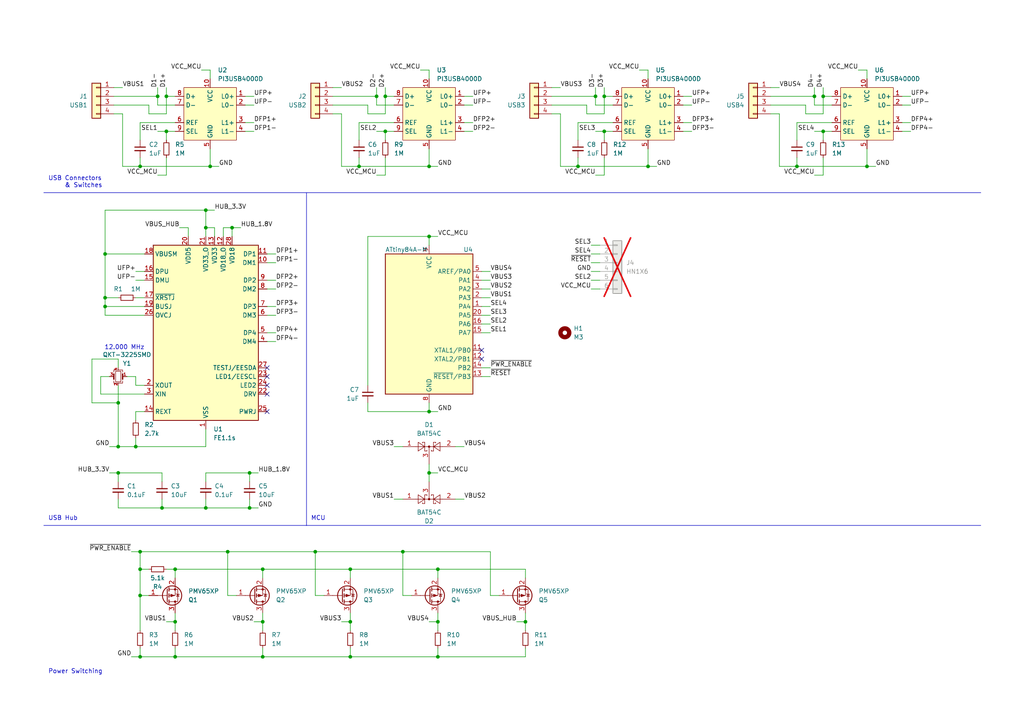
<source format=kicad_sch>
(kicad_sch (version 20230121) (generator eeschema)
  (paper "A4")
  (title_block (title "USB Magic Hub") (date "2026-01-23") (rev "2.0") (company "Internedko"))
  (lib_symbols
    (symbol "Connector_Generic:Conn_01x04" (pin_names (offset 1.016) hide)
      (property "Reference" "J" (at 0 5.08 0))
      (property "Value" "Conn_01x04" (at 0 -7.62 0))
      (symbol "Conn_01x04_1_1"
        (rectangle (start -1.27 -4.953) (end 0 -5.207) (stroke (width 0.1524)))
        (rectangle (start -1.27 -2.413) (end 0 -2.667) (stroke (width 0.1524)))
        (rectangle (start -1.27 0.127) (end 0 -0.127) (stroke (width 0.1524)))
        (rectangle (start -1.27 2.667) (end 0 2.413) (stroke (width 0.1524)))
        (rectangle (start -1.27 3.81) (end 1.27 -6.35) (stroke (width 0.254)) (fill (type background)))
        (pin passive line (at -5.08 2.54 0) (length 3.81) (name "Pin_1") (number "1"))
        (pin passive line (at -5.08 0 0) (length 3.81) (name "Pin_2") (number "2"))
        (pin passive line (at -5.08 -2.54 0) (length 3.81) (name "Pin_3") (number "3"))
        (pin passive line (at -5.08 -5.08 0) (length 3.81) (name "Pin_4") (number "4"))
      )
    )
    (symbol "Connector_Generic:Conn_01x06" (pin_names (offset 1.016) hide)
      (property "Reference" "J" (at 0 7.62 0))
      (property "Value" "Conn_01x06" (at 0 -10.16 0))
      (symbol "Conn_01x06_1_1"
        (rectangle (start -1.27 -7.493) (end 0 -7.747) (stroke (width 0.1524)))
        (rectangle (start -1.27 -4.953) (end 0 -5.207) (stroke (width 0.1524)))
        (rectangle (start -1.27 -2.413) (end 0 -2.667) (stroke (width 0.1524)))
        (rectangle (start -1.27 0.127) (end 0 -0.127) (stroke (width 0.1524)))
        (rectangle (start -1.27 2.667) (end 0 2.413) (stroke (width 0.1524)))
        (rectangle (start -1.27 5.207) (end 0 4.953) (stroke (width 0.1524)))
        (rectangle (start -1.27 6.35) (end 1.27 -8.89) (stroke (width 0.254)) (fill (type background)))
        (pin passive line (at -5.08 5.08 0) (length 3.81) (name "Pin_1") (number "1"))
        (pin passive line (at -5.08 2.54 0) (length 3.81) (name "Pin_2") (number "2"))
        (pin passive line (at -5.08 0 0) (length 3.81) (name "Pin_3") (number "3"))
        (pin passive line (at -5.08 -2.54 0) (length 3.81) (name "Pin_4") (number "4"))
        (pin passive line (at -5.08 -5.08 0) (length 3.81) (name "Pin_5") (number "5"))
        (pin passive line (at -5.08 -7.62 0) (length 3.81) (name "Pin_6") (number "6"))
      )
    )
    (symbol "Device:C_Small" (pin_numbers hide) (pin_names (offset 0.254) hide)
      (property "Reference" "C" (at 0.254 1.778 0))
      (property "Value" "C_Small" (at 0.254 -2.032 0))
      (symbol "C_Small_0_1"
        (polyline (pts (xy -1.524 -0.508) (xy 1.524 -0.508)) (stroke (width 0.3302)))
        (polyline (pts (xy -1.524 0.508) (xy 1.524 0.508)) (stroke (width 0.3048)))
      )
      (symbol "C_Small_1_1"
        (pin passive line (at 0 2.54 270) (length 2.032) (name "~") (number "1"))
        (pin passive line (at 0 -2.54 90) (length 2.032) (name "~") (number "2"))
      )
    )
    (symbol "Device:Crystal_GND24_Small" (pin_names (offset 1.016) hide)
      (property "Reference" "Y" (at 1.27 4.445 0))
      (property "Value" "Crystal_GND24_Small" (at 1.27 2.54 0))
      (symbol "Crystal_GND24_Small_0_1"
        (rectangle (start -0.762 -1.524) (end 0.762 1.524))
        (polyline (pts (xy -1.27 -0.762) (xy -1.27 0.762)) (stroke (width 0.381)))
        (polyline (pts (xy 1.27 -0.762) (xy 1.27 0.762)) (stroke (width 0.381)))
        (polyline (pts (xy -1.27 -1.27) (xy -1.27 -1.905) (xy 1.27 -1.905) (xy 1.27 -1.27)))
        (polyline (pts (xy -1.27 1.27) (xy -1.27 1.905) (xy 1.27 1.905) (xy 1.27 1.27)))
      )
      (symbol "Crystal_GND24_Small_1_1"
        (pin passive line (at -2.54 0 0) (length 1.27) (name "1") (number "1"))
        (pin passive line (at 0 -2.54 90) (length 0.635) (name "2") (number "2"))
        (pin passive line (at 2.54 0 180) (length 1.27) (name "3") (number "3"))
        (pin passive line (at 0 2.54 270) (length 0.635) (name "4") (number "4"))
      )
    )
    (symbol "Device:Q_PMOS_GSD" (pin_names (offset 0) hide)
      (property "Reference" "Q" (at 5.08 1.27 0))
      (property "Value" "Q_PMOS_GSD" (at 5.08 -1.27 0))
      (symbol "Q_PMOS_GSD_0_1"
        (polyline (pts (xy 0.254 0) (xy -2.54 0)))
        (polyline (pts (xy 0.254 1.905) (xy 0.254 -1.905)) (stroke (width 0.254)))
        (polyline (pts (xy 0.762 -1.27) (xy 0.762 -2.286)) (stroke (width 0.254)))
        (polyline (pts (xy 0.762 0.508) (xy 0.762 -0.508)) (stroke (width 0.254)))
        (polyline (pts (xy 0.762 2.286) (xy 0.762 1.27)) (stroke (width 0.254)))
        (polyline (pts (xy 2.54 2.54) (xy 2.54 1.778)))
        (polyline (pts (xy 2.54 -2.54) (xy 2.54 0) (xy 0.762 0)))
        (polyline (pts (xy 0.762 1.778) (xy 3.302 1.778) (xy 3.302 -1.778) (xy 0.762 -1.778)))
        (polyline (pts (xy 2.286 0) (xy 1.27 0.381) (xy 1.27 -0.381) (xy 2.286 0)) (fill (type outline)))
        (polyline (pts (xy 2.794 -0.508) (xy 2.921 -0.381) (xy 3.683 -0.381) (xy 3.81 -0.254)))
        (polyline (pts (xy 3.302 -0.381) (xy 2.921 0.254) (xy 3.683 0.254) (xy 3.302 -0.381)))
        (circle (center 1.651 0) (radius 2.794) (stroke (width 0.254)))
        (circle (center 2.54 -1.778) (radius 0.254) (fill (type outline)))
        (circle (center 2.54 1.778) (radius 0.254) (fill (type outline)))
      )
      (symbol "Q_PMOS_GSD_1_1"
        (pin input line (at -5.08 0 0) (length 2.54) (name "G") (number "1"))
        (pin passive line (at 2.54 -5.08 90) (length 2.54) (name "S") (number "2"))
        (pin passive line (at 2.54 5.08 270) (length 2.54) (name "D") (number "3"))
      )
    )
    (symbol "Device:R_Small" (pin_numbers hide) (pin_names (offset 0.254) hide)
      (property "Reference" "R" (at 0.762 0.508 0))
      (property "Value" "R_Small" (at 0.762 -1.016 0))
      (symbol "R_Small_0_1"
        (rectangle (start -0.762 1.778) (end 0.762 -1.778) (stroke (width 0.2032)))
      )
      (symbol "R_Small_1_1"
        (pin passive line (at 0 2.54 270) (length 0.762) (name "~") (number "1"))
        (pin passive line (at 0 -2.54 90) (length 0.762) (name "~") (number "2"))
      )
    )
    (symbol "Diode:BAT54C" (pin_names (offset 1.016))
      (property "Reference" "D" (at 0.635 -3.81 0))
      (property "Value" "BAT54C" (at -6.35 3.175 0))
      (symbol "BAT54C_0_1"
        (polyline (pts (xy -1.905 0) (xy 1.905 0)))
        (polyline (pts (xy -1.905 1.27) (xy -1.905 1.016)))
        (polyline (pts (xy -1.27 -1.27) (xy -0.635 -1.27)))
        (polyline (pts (xy -1.27 0) (xy -3.81 0)))
        (polyline (pts (xy -1.27 1.27) (xy -1.905 1.27)))
        (polyline (pts (xy -1.27 1.27) (xy -1.27 -1.27)))
        (polyline (pts (xy -0.635 -1.27) (xy -0.635 -1.016)))
        (polyline (pts (xy 0.635 -1.27) (xy 0.635 -1.016)))
        (polyline (pts (xy 1.27 -1.27) (xy 0.635 -1.27)))
        (polyline (pts (xy 1.27 1.27) (xy 1.27 -1.27)))
        (polyline (pts (xy 1.27 1.27) (xy 1.905 1.27)))
        (polyline (pts (xy 1.905 1.27) (xy 1.905 1.016)))
        (polyline (pts (xy 3.81 0) (xy 1.27 0)))
        (polyline (pts (xy -3.175 -1.27) (xy -3.175 1.27) (xy -1.27 0) (xy -3.175 -1.27)))
        (polyline (pts (xy 3.175 -1.27) (xy 3.175 1.27) (xy 1.27 0) (xy 3.175 -1.27)))
        (circle (center 0 0) (radius 0.254) (fill (type outline)))
      )
      (symbol "BAT54C_1_1"
        (pin passive line (at -7.62 0 0) (length 3.81) (name "~") (number "1"))
        (pin passive line (at 7.62 0 180) (length 3.81) (name "~") (number "2"))
        (pin passive line (at 0 -5.08 90) (length 5.08) (name "~") (number "3"))
      )
    )
    (symbol "Interface_USB:FE1.1s"
      (property "Reference" "U" (at -11.43 26.67 0))
      (property "Value" "FE1.1s" (at 12.7 27.94 0))
      (symbol "FE1.1s_0_1"
        (rectangle (start -15.24 25.4) (end 15.24 -25.4) (stroke (width 0.254)) (fill (type background)))
      )
      (symbol "FE1.1s_1_1"
        (pin power_in line (at 0 -27.94 90) (length 2.54) (name "VSS") (number "1"))
        (pin bidirectional line (at 17.78 20.32 180) (length 2.54) (name "DM1") (number "10"))
        (pin bidirectional line (at 17.78 22.86 180) (length 2.54) (name "DP1") (number "11"))
        (pin power_out line (at 5.08 27.94 270) (length 2.54) (name "VD18_O") (number "12"))
        (pin power_in line (at 2.54 27.94 270) (length 2.54) (name "VD33") (number "13"))
        (pin passive line (at -17.78 -22.86 0) (length 2.54) (name "REXT") (number "14"))
        (pin bidirectional line (at -17.78 15.24 0) (length 2.54) (name "DMU") (number "15"))
        (pin bidirectional line (at -17.78 17.78 0) (length 2.54) (name "DPU") (number "16"))
        (pin input line (at -17.78 10.16 0) (length 2.54) (name "~{XRSTJ}") (number "17"))
        (pin input line (at -17.78 22.86 0) (length 2.54) (name "VBUSM") (number "18"))
        (pin input line (at -17.78 7.62 0) (length 2.54) (name "BUSJ") (number "19"))
        (pin output line (at -17.78 -15.24 0) (length 2.54) (name "XOUT") (number "2"))
        (pin power_in line (at -5.08 27.94 270) (length 2.54) (name "VDD5") (number "20"))
        (pin power_out line (at 0 27.94 270) (length 2.54) (name "VD33_O") (number "21"))
        (pin bidirectional line (at 17.78 -17.78 180) (length 2.54) (name "DRV") (number "22"))
        (pin bidirectional line (at 17.78 -12.7 180) (length 2.54) (name "LED1/EESCL") (number "23"))
        (pin bidirectional line (at 17.78 -15.24 180) (length 2.54) (name "LED2") (number "24"))
        (pin output line (at 17.78 -22.86 180) (length 2.54) (name "PWRJ") (number "25"))
        (pin input line (at -17.78 5.08 0) (length 2.54) (name "OVCJ") (number "26"))
        (pin bidirectional line (at 17.78 -10.16 180) (length 2.54) (name "TESTJ/EESDA") (number "27"))
        (pin power_in line (at 7.62 27.94 270) (length 2.54) (name "VD18") (number "28"))
        (pin input line (at -17.78 -17.78 0) (length 2.54) (name "XIN") (number "3"))
        (pin bidirectional line (at 17.78 -2.54 180) (length 2.54) (name "DM4") (number "4"))
        (pin bidirectional line (at 17.78 0 180) (length 2.54) (name "DP4") (number "5"))
        (pin bidirectional line (at 17.78 5.08 180) (length 2.54) (name "DM3") (number "6"))
        (pin bidirectional line (at 17.78 7.62 180) (length 2.54) (name "DP3") (number "7"))
        (pin bidirectional line (at 17.78 12.7 180) (length 2.54) (name "DM2") (number "8"))
        (pin bidirectional line (at 17.78 15.24 180) (length 2.54) (name "DP2") (number "9"))
      )
    )
    (symbol "MCU_Microchip_ATtiny:ATtiny84A-M"
      (property "Reference" "U" (at -12.7 21.59 0))
      (property "Value" "ATtiny84A-M" (at 2.54 -21.59 0))
      (symbol "ATtiny84A-M_0_1"
        (rectangle (start -12.7 -20.32) (end 12.7 20.32) (stroke (width 0.254)) (fill (type background)))
      )
      (symbol "ATtiny84A-M_1_1"
        (pin bidirectional line (at 15.24 5.08 180) (length 2.54) (name "PA4") (number "1"))
        (pin no_connect line (at -12.7 -10.16 0) (length 2.54) hide (name "NC") (number "10"))
        (pin bidirectional line (at 15.24 -7.62 180) (length 2.54) (name "XTAL1/PB0") (number "11"))
        (pin bidirectional line (at 15.24 -10.16 180) (length 2.54) (name "XTAL2/PB1") (number "12"))
        (pin bidirectional line (at 15.24 -15.24 180) (length 2.54) (name "~{RESET}/PB3") (number "13"))
        (pin bidirectional line (at 15.24 -12.7 180) (length 2.54) (name "PB2") (number "14"))
        (pin bidirectional line (at 15.24 -2.54 180) (length 2.54) (name "PA7") (number "15"))
        (pin bidirectional line (at 15.24 0 180) (length 2.54) (name "PA6") (number "16"))
        (pin no_connect line (at -12.7 -12.7 0) (length 2.54) hide (name "NC") (number "17"))
        (pin no_connect line (at -12.7 -15.24 0) (length 2.54) hide (name "NC") (number "18"))
        (pin no_connect line (at -12.7 -17.78 0) (length 2.54) hide (name "NC") (number "19"))
        (pin bidirectional line (at 15.24 7.62 180) (length 2.54) (name "PA3") (number "2"))
        (pin bidirectional line (at 15.24 2.54 180) (length 2.54) (name "PA5") (number "20"))
        (pin passive line (at 0 -22.86 90) (length 2.54) hide (name "GND") (number "21"))
        (pin bidirectional line (at 15.24 10.16 180) (length 2.54) (name "PA2") (number "3"))
        (pin bidirectional line (at 15.24 12.7 180) (length 2.54) (name "PA1") (number "4"))
        (pin bidirectional line (at 15.24 15.24 180) (length 2.54) (name "AREF/PA0") (number "5"))
        (pin no_connect line (at -12.7 -5.08 0) (length 2.54) hide (name "NC") (number "6"))
        (pin no_connect line (at -12.7 -7.62 0) (length 2.54) hide (name "NC") (number "7"))
        (pin power_in line (at 0 -22.86 90) (length 2.54) (name "GND") (number "8"))
        (pin power_in line (at 0 22.86 270) (length 2.54) (name "VCC") (number "9"))
      )
    )
    (symbol "Mechanical:MountingHole" (pin_names (offset 1.016))
      (property "Reference" "H" (at 0 5.08 0))
      (property "Value" "MountingHole" (at 0 3.175 0))
      (symbol "MountingHole_0_1"
        (circle (center 0 0) (radius 1.27) (stroke (width 1.27)))
      )
    )
    (symbol "ZZ_Switches_Custom:PI3USB4000D"
      (property "Reference" "U" (at -6.35 8.89 0))
      (property "Value" "PI3USB4000D" (at 8.89 8.89 0))
      (symbol "PI3USB4000D_1_1"
        (rectangle (start -7.62 7.62) (end 7.62 -7.62) (fill (type background)))
        (pin bidirectional line (at 10.16 5.08 180) (length 2.54) (name "L0+") (number "1"))
        (pin power_in line (at 0 10.16 270) (length 2.54) (name "VCC") (number "10"))
        (pin bidirectional line (at 10.16 2.54 180) (length 2.54) (name "L0-") (number "2"))
        (pin bidirectional line (at 10.16 -2.54 180) (length 2.54) (name "L1+") (number "3"))
        (pin bidirectional line (at 10.16 -5.08 180) (length 2.54) (name "L1-") (number "4"))
        (pin power_in line (at 0 -10.16 90) (length 2.54) (name "GND") (number "5"))
        (pin passive line (at -10.16 -2.54 0) (length 2.54) (name "REF") (number "6"))
        (pin bidirectional line (at -10.16 2.54 0) (length 2.54) (name "D-") (number "7"))
        (pin bidirectional line (at -10.16 5.08 0) (length 2.54) (name "D+") (number "8"))
        (pin input line (at -10.16 -5.08 0) (length 2.54) (name "SEL") (number "9"))
      )
    )
  )
  (junction (at 40.64 48.26))
  (junction (at 48.26 38.1))
  (junction (at 152.4 180.34))
  (junction (at 34.29 137.16))
  (junction (at 104.14 48.26))
  (junction (at 50.8 190.5))
  (junction (at 72.39 137.16))
  (junction (at 48.26 27.94))
  (junction (at 59.69 60.96))
  (junction (at 34.29 116.84))
  (junction (at 111.76 38.1))
  (junction (at 66.04 160.02))
  (junction (at 30.48 86.36))
  (junction (at 124.46 137.16))
  (junction (at 172.72 27.94))
  (junction (at 124.46 119.38))
  (junction (at 187.96 48.26))
  (junction (at 127 190.5))
  (junction (at 72.39 147.32))
  (junction (at 76.2 190.5))
  (junction (at 76.2 165.1))
  (junction (at 45.72 27.94))
  (junction (at 238.76 27.94))
  (junction (at 76.2 180.34))
  (junction (at 50.8 165.1))
  (junction (at 101.6 190.5))
  (junction (at 67.31 66.04))
  (junction (at 124.46 48.26))
  (junction (at 50.8 180.34))
  (junction (at 175.26 27.94))
  (junction (at 40.64 165.1))
  (junction (at 127 180.34))
  (junction (at 40.64 172.72))
  (junction (at 101.6 180.34))
  (junction (at 236.22 27.94))
  (junction (at 40.64 190.5))
  (junction (at 109.22 27.94))
  (junction (at 251.46 48.26))
  (junction (at 59.69 147.32))
  (junction (at 175.26 38.1))
  (junction (at 238.76 38.1))
  (junction (at 111.76 27.94))
  (junction (at 101.6 165.1))
  (junction (at 167.64 48.26))
  (junction (at 60.96 48.26))
  (junction (at 116.84 160.02))
  (junction (at 39.37 129.54))
  (junction (at 40.64 160.02))
  (junction (at 34.29 129.54))
  (junction (at 124.46 68.58))
  (junction (at 30.48 88.9))
  (junction (at 59.69 66.04))
  (junction (at 30.48 73.66))
  (junction (at 46.99 147.32))
  (junction (at 91.44 160.02))
  (junction (at 127 165.1))
  (junction (at 231.14 48.26))
  (no_connect (at 77.47 106.68))
  (no_connect (at 77.47 111.76))
  (no_connect (at 139.7 104.14))
  (no_connect (at 139.7 101.6))
  (no_connect (at 77.47 114.3))
  (no_connect (at 77.47 109.22))
  (no_connect (at 77.47 119.38))
  (wire (pts (xy 175.26 38.1) (xy 177.8 38.1)))
  (wire (pts (xy 124.46 137.16) (xy 124.46 139.7)))
  (wire (pts (xy 241.3 27.94) (xy 238.76 27.94)))
  (wire (pts (xy 167.64 35.56) (xy 167.64 40.64)))
  (wire (pts (xy 127 190.5) (xy 127 187.96)))
  (wire (pts (xy 66.04 160.02) (xy 66.04 172.72)))
  (wire (pts (xy 34.29 129.54) (xy 31.75 129.54)))
  (polyline (pts (xy 12.7 55.88) (xy 284.48 55.88)))
  (wire (pts (xy 99.06 180.34) (xy 101.6 180.34)))
  (wire (pts (xy 39.37 86.36) (xy 41.91 86.36)))
  (wire (pts (xy 29.21 114.3) (xy 41.91 114.3)))
  (wire (pts (xy 59.69 60.96) (xy 62.23 60.96)))
  (wire (pts (xy 77.47 76.2) (xy 80.01 76.2)))
  (wire (pts (xy 106.68 119.38) (xy 106.68 116.84)))
  (wire (pts (xy 175.26 38.1) (xy 175.26 40.64)))
  (wire (pts (xy 106.68 68.58) (xy 106.68 111.76)))
  (wire (pts (xy 77.47 99.06) (xy 80.01 99.06)))
  (wire (pts (xy 238.76 27.94) (xy 238.76 33.02)))
  (wire (pts (xy 142.24 83.82) (xy 139.7 83.82)))
  (wire (pts (xy 238.76 33.02) (xy 233.68 33.02)))
  (wire (pts (xy 114.3 30.48) (xy 109.22 30.48)))
  (wire (pts (xy 167.64 48.26) (xy 187.96 48.26)))
  (wire (pts (xy 93.98 172.72) (xy 91.44 172.72)))
  (wire (pts (xy 30.48 60.96) (xy 30.48 73.66)))
  (wire (pts (xy 96.52 27.94) (xy 109.22 27.94)))
  (wire (pts (xy 48.26 27.94) (xy 48.26 33.02)))
  (wire (pts (xy 67.31 66.04) (xy 67.31 68.58)))
  (wire (pts (xy 59.69 129.54) (xy 39.37 129.54)))
  (wire (pts (xy 30.48 91.44) (xy 30.48 88.9)))
  (wire (pts (xy 127 180.34) (xy 127 177.8)))
  (wire (pts (xy 104.14 48.26) (xy 124.46 48.26)))
  (wire (pts (xy 59.69 66.04) (xy 62.23 66.04)))
  (wire (pts (xy 34.29 147.32) (xy 34.29 144.78)))
  (wire (pts (xy 39.37 111.76) (xy 39.37 109.22)))
  (wire (pts (xy 198.12 27.94) (xy 200.66 27.94)))
  (wire (pts (xy 33.02 25.4) (xy 35.56 25.4)))
  (wire (pts (xy 50.8 35.56) (xy 40.64 35.56)))
  (wire (pts (xy 48.26 45.72) (xy 48.26 50.8)))
  (wire (pts (xy 223.52 27.94) (xy 236.22 27.94)))
  (wire (pts (xy 106.68 30.48) (xy 96.52 30.48)))
  (wire (pts (xy 39.37 81.28) (xy 41.91 81.28)))
  (wire (pts (xy 175.26 25.4) (xy 175.26 27.94)))
  (wire (pts (xy 238.76 38.1) (xy 241.3 38.1)))
  (wire (pts (xy 236.22 38.1) (xy 238.76 38.1)))
  (wire (pts (xy 76.2 190.5) (xy 101.6 190.5)))
  (wire (pts (xy 26.67 116.84) (xy 26.67 104.14)))
  (wire (pts (xy 248.92 20.32) (xy 251.46 20.32)))
  (wire (pts (xy 104.14 45.72) (xy 104.14 48.26)))
  (wire (pts (xy 114.3 144.78) (xy 116.84 144.78)))
  (wire (pts (xy 124.46 48.26) (xy 127 48.26)))
  (wire (pts (xy 233.68 33.02) (xy 233.68 30.48)))
  (wire (pts (xy 114.3 129.54) (xy 116.84 129.54)))
  (wire (pts (xy 31.75 137.16) (xy 34.29 137.16)))
  (wire (pts (xy 175.26 27.94) (xy 175.26 33.02)))
  (wire (pts (xy 40.64 165.1) (xy 43.18 165.1)))
  (wire (pts (xy 134.62 30.48) (xy 137.16 30.48)))
  (wire (pts (xy 152.4 180.34) (xy 152.4 182.88)))
  (wire (pts (xy 236.22 30.48) (xy 236.22 27.94)))
  (wire (pts (xy 142.24 78.74) (xy 139.7 78.74)))
  (wire (pts (xy 76.2 180.34) (xy 76.2 177.8)))
  (wire (pts (xy 50.8 190.5) (xy 76.2 190.5)))
  (wire (pts (xy 50.8 27.94) (xy 48.26 27.94)))
  (wire (pts (xy 142.24 106.68) (xy 139.7 106.68)))
  (wire (pts (xy 54.61 66.04) (xy 54.61 68.58)))
  (polyline (pts (xy 88.9 55.88) (xy 88.9 152.4)))
  (wire (pts (xy 29.21 109.22) (xy 31.75 109.22)))
  (wire (pts (xy 111.76 38.1) (xy 114.3 38.1)))
  (wire (pts (xy 48.26 33.02) (xy 43.18 33.02)))
  (wire (pts (xy 59.69 147.32) (xy 59.69 144.78)))
  (wire (pts (xy 50.8 30.48) (xy 45.72 30.48)))
  (wire (pts (xy 60.96 48.26) (xy 63.5 48.26)))
  (wire (pts (xy 59.69 139.7) (xy 59.69 137.16)))
  (wire (pts (xy 132.08 144.78) (xy 134.62 144.78)))
  (wire (pts (xy 66.04 160.02) (xy 91.44 160.02)))
  (wire (pts (xy 40.64 45.72) (xy 40.64 48.26)))
  (wire (pts (xy 66.04 172.72) (xy 68.58 172.72)))
  (wire (pts (xy 241.3 30.48) (xy 236.22 30.48)))
  (wire (pts (xy 40.64 48.26) (xy 35.56 48.26)))
  (wire (pts (xy 187.96 43.18) (xy 187.96 48.26)))
  (wire (pts (xy 173.99 71.12) (xy 171.45 71.12)))
  (wire (pts (xy 38.1 160.02) (xy 40.64 160.02)))
  (wire (pts (xy 76.2 165.1) (xy 101.6 165.1)))
  (wire (pts (xy 50.8 167.64) (xy 50.8 165.1)))
  (wire (pts (xy 52.07 66.04) (xy 54.61 66.04)))
  (polyline (pts (xy 12.7 152.4) (xy 88.9 152.4)))
  (wire (pts (xy 41.91 119.38) (xy 39.37 119.38)))
  (wire (pts (xy 34.29 111.76) (xy 34.29 116.84)))
  (wire (pts (xy 35.56 48.26) (xy 35.56 33.02)))
  (wire (pts (xy 127 180.34) (xy 127 182.88)))
  (wire (pts (xy 124.46 43.18) (xy 124.46 48.26)))
  (wire (pts (xy 101.6 180.34) (xy 101.6 177.8)))
  (wire (pts (xy 62.23 66.04) (xy 62.23 68.58)))
  (wire (pts (xy 162.56 48.26) (xy 162.56 33.02)))
  (wire (pts (xy 111.76 33.02) (xy 106.68 33.02)))
  (wire (pts (xy 77.47 91.44) (xy 80.01 91.44)))
  (wire (pts (xy 40.64 35.56) (xy 40.64 40.64)))
  (wire (pts (xy 43.18 172.72) (xy 40.64 172.72)))
  (wire (pts (xy 50.8 187.96) (xy 50.8 190.5)))
  (wire (pts (xy 30.48 88.9) (xy 41.91 88.9)))
  (wire (pts (xy 43.18 33.02) (xy 43.18 30.48)))
  (wire (pts (xy 30.48 88.9) (xy 30.48 86.36)))
  (wire (pts (xy 172.72 25.4) (xy 172.72 27.94)))
  (wire (pts (xy 119.38 172.72) (xy 116.84 172.72)))
  (wire (pts (xy 77.47 96.52) (xy 80.01 96.52)))
  (wire (pts (xy 76.2 180.34) (xy 76.2 182.88)))
  (wire (pts (xy 39.37 119.38) (xy 39.37 121.92)))
  (wire (pts (xy 261.62 35.56) (xy 264.16 35.56)))
  (wire (pts (xy 172.72 50.8) (xy 175.26 50.8)))
  (wire (pts (xy 173.99 73.66) (xy 171.45 73.66)))
  (wire (pts (xy 41.91 91.44) (xy 30.48 91.44)))
  (wire (pts (xy 185.42 20.32) (xy 187.96 20.32)))
  (wire (pts (xy 99.06 33.02) (xy 96.52 33.02)))
  (wire (pts (xy 261.62 27.94) (xy 264.16 27.94)))
  (wire (pts (xy 223.52 25.4) (xy 226.06 25.4)))
  (wire (pts (xy 124.46 119.38) (xy 106.68 119.38)))
  (wire (pts (xy 30.48 73.66) (xy 30.48 86.36)))
  (wire (pts (xy 162.56 33.02) (xy 160.02 33.02)))
  (wire (pts (xy 231.14 48.26) (xy 226.06 48.26)))
  (polyline (pts (xy 88.9 152.4) (xy 284.48 152.4)))
  (wire (pts (xy 45.72 38.1) (xy 48.26 38.1)))
  (wire (pts (xy 198.12 30.48) (xy 200.66 30.48)))
  (wire (pts (xy 101.6 165.1) (xy 127 165.1)))
  (wire (pts (xy 111.76 38.1) (xy 111.76 40.64)))
  (wire (pts (xy 101.6 165.1) (xy 101.6 167.64)))
  (wire (pts (xy 77.47 73.66) (xy 80.01 73.66)))
  (wire (pts (xy 67.31 66.04) (xy 69.85 66.04)))
  (wire (pts (xy 34.29 139.7) (xy 34.29 137.16)))
  (wire (pts (xy 30.48 73.66) (xy 41.91 73.66)))
  (wire (pts (xy 142.24 172.72) (xy 142.24 160.02)))
  (wire (pts (xy 106.68 33.02) (xy 106.68 30.48)))
  (wire (pts (xy 132.08 129.54) (xy 134.62 129.54)))
  (wire (pts (xy 76.2 165.1) (xy 76.2 167.64)))
  (wire (pts (xy 251.46 43.18) (xy 251.46 48.26)))
  (wire (pts (xy 134.62 27.94) (xy 137.16 27.94)))
  (wire (pts (xy 72.39 137.16) (xy 74.93 137.16)))
  (wire (pts (xy 46.99 137.16) (xy 46.99 139.7)))
  (wire (pts (xy 109.22 25.4) (xy 109.22 27.94)))
  (wire (pts (xy 73.66 180.34) (xy 76.2 180.34)))
  (wire (pts (xy 40.64 160.02) (xy 66.04 160.02)))
  (wire (pts (xy 236.22 50.8) (xy 238.76 50.8)))
  (wire (pts (xy 34.29 116.84) (xy 26.67 116.84)))
  (wire (pts (xy 142.24 86.36) (xy 139.7 86.36)))
  (wire (pts (xy 40.64 165.1) (xy 40.64 160.02)))
  (wire (pts (xy 48.26 50.8) (xy 45.72 50.8)))
  (wire (pts (xy 231.14 35.56) (xy 231.14 40.64)))
  (wire (pts (xy 233.68 30.48) (xy 223.52 30.48)))
  (wire (pts (xy 48.26 180.34) (xy 50.8 180.34)))
  (wire (pts (xy 48.26 38.1) (xy 50.8 38.1)))
  (wire (pts (xy 34.29 116.84) (xy 34.29 129.54)))
  (wire (pts (xy 142.24 160.02) (xy 116.84 160.02)))
  (wire (pts (xy 198.12 35.56) (xy 200.66 35.56)))
  (wire (pts (xy 236.22 25.4) (xy 236.22 27.94)))
  (wire (pts (xy 241.3 35.56) (xy 231.14 35.56)))
  (wire (pts (xy 170.18 33.02) (xy 170.18 30.48)))
  (wire (pts (xy 35.56 33.02) (xy 33.02 33.02)))
  (wire (pts (xy 48.26 38.1) (xy 48.26 40.64)))
  (wire (pts (xy 144.78 172.72) (xy 142.24 172.72)))
  (wire (pts (xy 124.46 68.58) (xy 106.68 68.58)))
  (wire (pts (xy 175.26 50.8) (xy 175.26 45.72)))
  (wire (pts (xy 101.6 190.5) (xy 101.6 187.96)))
  (wire (pts (xy 134.62 38.1) (xy 137.16 38.1)))
  (wire (pts (xy 175.26 33.02) (xy 170.18 33.02)))
  (wire (pts (xy 29.21 114.3) (xy 29.21 109.22)))
  (wire (pts (xy 76.2 190.5) (xy 76.2 187.96)))
  (wire (pts (xy 109.22 30.48) (xy 109.22 27.94)))
  (wire (pts (xy 173.99 83.82) (xy 171.45 83.82)))
  (wire (pts (xy 173.99 78.74) (xy 171.45 78.74)))
  (wire (pts (xy 142.24 88.9) (xy 139.7 88.9)))
  (wire (pts (xy 177.8 35.56) (xy 167.64 35.56)))
  (wire (pts (xy 261.62 38.1) (xy 264.16 38.1)))
  (wire (pts (xy 59.69 68.58) (xy 59.69 66.04)))
  (wire (pts (xy 152.4 180.34) (xy 152.4 177.8)))
  (wire (pts (xy 50.8 165.1) (xy 76.2 165.1)))
  (wire (pts (xy 101.6 180.34) (xy 101.6 182.88)))
  (wire (pts (xy 160.02 27.94) (xy 172.72 27.94)))
  (wire (pts (xy 251.46 20.32) (xy 251.46 22.86)))
  (wire (pts (xy 187.96 20.32) (xy 187.96 22.86)))
  (wire (pts (xy 124.46 134.62) (xy 124.46 137.16)))
  (wire (pts (xy 124.46 180.34) (xy 127 180.34)))
  (wire (pts (xy 39.37 109.22) (xy 36.83 109.22)))
  (wire (pts (xy 91.44 172.72) (xy 91.44 160.02)))
  (wire (pts (xy 77.47 88.9) (xy 80.01 88.9)))
  (wire (pts (xy 142.24 109.22) (xy 139.7 109.22)))
  (wire (pts (xy 173.99 76.2) (xy 171.45 76.2)))
  (wire (pts (xy 111.76 27.94) (xy 111.76 33.02)))
  (wire (pts (xy 43.18 30.48) (xy 33.02 30.48)))
  (wire (pts (xy 127 165.1) (xy 152.4 165.1)))
  (wire (pts (xy 172.72 30.48) (xy 172.72 27.94)))
  (wire (pts (xy 46.99 147.32) (xy 46.99 144.78)))
  (wire (pts (xy 33.02 27.94) (xy 45.72 27.94)))
  (wire (pts (xy 152.4 190.5) (xy 152.4 187.96)))
  (wire (pts (xy 152.4 165.1) (xy 152.4 167.64)))
  (wire (pts (xy 40.64 48.26) (xy 60.96 48.26)))
  (wire (pts (xy 251.46 48.26) (xy 254 48.26)))
  (wire (pts (xy 127 119.38) (xy 124.46 119.38)))
  (wire (pts (xy 111.76 25.4) (xy 111.76 27.94)))
  (wire (pts (xy 124.46 137.16) (xy 127 137.16)))
  (wire (pts (xy 71.12 35.56) (xy 73.66 35.56)))
  (wire (pts (xy 34.29 137.16) (xy 46.99 137.16)))
  (wire (pts (xy 41.91 111.76) (xy 39.37 111.76)))
  (wire (pts (xy 177.8 30.48) (xy 172.72 30.48)))
  (wire (pts (xy 72.39 147.32) (xy 59.69 147.32)))
  (wire (pts (xy 50.8 180.34) (xy 50.8 177.8)))
  (wire (pts (xy 45.72 25.4) (xy 45.72 27.94)))
  (wire (pts (xy 59.69 60.96) (xy 30.48 60.96)))
  (wire (pts (xy 177.8 27.94) (xy 175.26 27.94)))
  (wire (pts (xy 226.06 33.02) (xy 223.52 33.02)))
  (wire (pts (xy 91.44 160.02) (xy 116.84 160.02)))
  (wire (pts (xy 40.64 172.72) (xy 40.64 165.1)))
  (wire (pts (xy 111.76 50.8) (xy 109.22 50.8)))
  (wire (pts (xy 40.64 172.72) (xy 40.64 182.88)))
  (wire (pts (xy 114.3 35.56) (xy 104.14 35.56)))
  (wire (pts (xy 104.14 48.26) (xy 99.06 48.26)))
  (wire (pts (xy 111.76 45.72) (xy 111.76 50.8)))
  (wire (pts (xy 124.46 71.12) (xy 124.46 68.58)))
  (wire (pts (xy 40.64 190.5) (xy 50.8 190.5)))
  (wire (pts (xy 71.12 38.1) (xy 73.66 38.1)))
  (wire (pts (xy 231.14 45.72) (xy 231.14 48.26)))
  (wire (pts (xy 238.76 25.4) (xy 238.76 27.94)))
  (wire (pts (xy 114.3 27.94) (xy 111.76 27.94)))
  (wire (pts (xy 72.39 137.16) (xy 72.39 139.7)))
  (wire (pts (xy 60.96 43.18) (xy 60.96 48.26)))
  (wire (pts (xy 34.29 104.14) (xy 34.29 106.68)))
  (wire (pts (xy 160.02 25.4) (xy 162.56 25.4)))
  (wire (pts (xy 238.76 38.1) (xy 238.76 40.64)))
  (wire (pts (xy 64.77 66.04) (xy 67.31 66.04)))
  (wire (pts (xy 59.69 66.04) (xy 59.69 60.96)))
  (wire (pts (xy 142.24 93.98) (xy 139.7 93.98)))
  (wire (pts (xy 109.22 38.1) (xy 111.76 38.1)))
  (wire (pts (xy 142.24 96.52) (xy 139.7 96.52)))
  (wire (pts (xy 127 165.1) (xy 127 167.64)))
  (wire (pts (xy 46.99 147.32) (xy 34.29 147.32)))
  (wire (pts (xy 172.72 38.1) (xy 175.26 38.1)))
  (wire (pts (xy 142.24 91.44) (xy 139.7 91.44)))
  (wire (pts (xy 101.6 190.5) (xy 127 190.5)))
  (wire (pts (xy 187.96 48.26) (xy 190.5 48.26)))
  (wire (pts (xy 198.12 38.1) (xy 200.66 38.1)))
  (wire (pts (xy 226.06 48.26) (xy 226.06 33.02)))
  (wire (pts (xy 173.99 81.28) (xy 171.45 81.28)))
  (wire (pts (xy 77.47 81.28) (xy 80.01 81.28)))
  (wire (pts (xy 64.77 68.58) (xy 64.77 66.04)))
  (wire (pts (xy 231.14 48.26) (xy 251.46 48.26)))
  (wire (pts (xy 77.47 83.82) (xy 80.01 83.82)))
  (wire (pts (xy 48.26 165.1) (xy 50.8 165.1)))
  (wire (pts (xy 104.14 35.56) (xy 104.14 40.64)))
  (wire (pts (xy 124.46 20.32) (xy 124.46 22.86)))
  (wire (pts (xy 134.62 35.56) (xy 137.16 35.56)))
  (wire (pts (xy 72.39 144.78) (xy 72.39 147.32)))
  (wire (pts (xy 38.1 190.5) (xy 40.64 190.5)))
  (wire (pts (xy 45.72 27.94) (xy 45.72 30.48)))
  (wire (pts (xy 127 68.58) (xy 124.46 68.58)))
  (wire (pts (xy 50.8 180.34) (xy 50.8 182.88)))
  (wire (pts (xy 261.62 30.48) (xy 264.16 30.48)))
  (wire (pts (xy 127 190.5) (xy 152.4 190.5)))
  (wire (pts (xy 116.84 172.72) (xy 116.84 160.02)))
  (wire (pts (xy 59.69 147.32) (xy 46.99 147.32)))
  (wire (pts (xy 39.37 78.74) (xy 41.91 78.74)))
  (wire (pts (xy 167.64 48.26) (xy 162.56 48.26)))
  (wire (pts (xy 60.96 20.32) (xy 60.96 22.86)))
  (wire (pts (xy 30.48 86.36) (xy 34.29 86.36)))
  (wire (pts (xy 34.29 129.54) (xy 39.37 129.54)))
  (wire (pts (xy 48.26 25.4) (xy 48.26 27.94)))
  (wire (pts (xy 142.24 81.28) (xy 139.7 81.28)))
  (wire (pts (xy 167.64 45.72) (xy 167.64 48.26)))
  (wire (pts (xy 72.39 147.32) (xy 74.93 147.32)))
  (wire (pts (xy 58.42 20.32) (xy 60.96 20.32)))
  (wire (pts (xy 71.12 27.94) (xy 73.66 27.94)))
  (wire (pts (xy 170.18 30.48) (xy 160.02 30.48)))
  (wire (pts (xy 59.69 137.16) (xy 72.39 137.16)))
  (wire (pts (xy 39.37 129.54) (xy 39.37 127)))
  (wire (pts (xy 40.64 187.96) (xy 40.64 190.5)))
  (wire (pts (xy 71.12 30.48) (xy 73.66 30.48)))
  (wire (pts (xy 149.86 180.34) (xy 152.4 180.34)))
  (wire (pts (xy 59.69 124.46) (xy 59.69 129.54)))
  (wire (pts (xy 238.76 50.8) (xy 238.76 45.72)))
  (wire (pts (xy 124.46 116.84) (xy 124.46 119.38)))
  (wire (pts (xy 26.67 104.14) (xy 34.29 104.14)))
  (wire (pts (xy 121.92 20.32) (xy 124.46 20.32)))
  (wire (pts (xy 96.52 25.4) (xy 99.06 25.4)))
  (wire (pts (xy 99.06 48.26) (xy 99.06 33.02)))
  (text "USB Hub" (at 13.97 151.13 0) (effects (font (size 1.27 1.27)) (justify left bottom)))
  (text "Power Switching" (at 13.97 195.58 0) (effects (font (size 1.27 1.27)) (justify left bottom)))
  (text "USB Connectors\n	& Switches" (at 13.97 54.61 0) (effects (font (size 1.27 1.27)) (justify left bottom)))
  (text "12.000 MHz" (at 41.91 101.6 0) (effects (font (size 1.27 1.27)) (justify right bottom)))
  (text "MCU" (at 90.17 151.13 0) (effects (font (size 1.27 1.27)) (justify left bottom)))
  (label "GND" (at 190.5 48.26 0))
  (label "D2+" (at 111.76 25.4 90))
  (label "GND" (at 127 119.38 0))
  (label "DFP4+" (at 80.01 96.52 0))
  (label "VBUS4" (at 226.06 25.4 0))
  (label "GND" (at 171.45 78.74 180))
  (label "DFP3-" (at 80.01 91.44 0))
  (label "DFP2+" (at 80.01 81.28 0))
  (label "~{RESET}" (at 142.24 109.22 0))
  (label "VBUS4" (at 142.24 78.74 0))
  (label "UFP-" (at 200.66 30.48 0))
  (label "VBUS4" (at 124.46 180.34 180))
  (label "DFP4-" (at 80.01 99.06 0))
  (label "GND" (at 127 48.26 0))
  (label "DFP3+" (at 200.66 35.56 0))
  (label "VCC_MCU" (at 127 137.16 0))
  (label "D2-" (at 109.22 25.4 90))
  (label "UFP+" (at 200.66 27.94 0))
  (label "VCC_MCU" (at 45.72 50.8 180))
  (label "SEL3" (at 172.72 38.1 180))
  (label "DFP2-" (at 137.16 38.1 0))
  (label "VBUS2" (at 99.06 25.4 0))
  (label "UFP-" (at 73.66 30.48 0))
  (label "DFP1+" (at 73.66 35.56 0))
  (label "VBUS2" (at 142.24 83.82 0))
  (label "D3-" (at 172.72 25.4 90))
  (label "VCC_MCU" (at 236.22 50.8 180))
  (label "~{PWR_ENABLE}" (at 38.1 160.02 180))
  (label "VCC_MCU" (at 109.22 50.8 180))
  (label "GND" (at 63.5 48.26 0))
  (label "DFP3-" (at 200.66 38.1 0))
  (label "VCC_MCU" (at 171.45 83.82 180))
  (label "SEL4" (at 171.45 73.66 180))
  (label "SEL2" (at 142.24 93.98 0))
  (label "SEL4" (at 142.24 88.9 0))
  (label "VBUS2" (at 73.66 180.34 180))
  (label "DFP1-" (at 73.66 38.1 0))
  (label "VBUS2" (at 134.62 144.78 0))
  (label "~{RESET}" (at 171.45 76.2 180))
  (label "GND" (at 31.75 129.54 180))
  (label "DFP3+" (at 80.01 88.9 0))
  (label "VBUS1" (at 35.56 25.4 0))
  (label "UFP+" (at 73.66 27.94 0))
  (label "DFP2-" (at 80.01 83.82 0))
  (label "GND" (at 38.1 190.5 180))
  (label "HUB_1.8V" (at 69.85 66.04 0))
  (label "DFP4+" (at 264.16 35.56 0))
  (label "VCC_MCU" (at 58.42 20.32 180))
  (label "D4+" (at 238.76 25.4 90))
  (label "DFP1-" (at 80.01 76.2 0))
  (label "UFP+" (at 137.16 27.94 0))
  (label "D3+" (at 175.26 25.4 90))
  (label "DFP1+" (at 80.01 73.66 0))
  (label "VCC_MCU" (at 172.72 50.8 180))
  (label "UFP-" (at 264.16 30.48 0))
  (label "DFP4-" (at 264.16 38.1 0))
  (label "VCC_MCU" (at 121.92 20.32 180))
  (label "SEL1" (at 45.72 38.1 180))
  (label "VBUS3" (at 114.3 129.54 180))
  (label "GND" (at 74.93 147.32 0))
  (label "HUB_1.8V" (at 74.93 137.16 0))
  (label "D1-" (at 45.72 25.4 90))
  (label "VBUS4" (at 134.62 129.54 0))
  (label "SEL1" (at 142.24 96.52 0))
  (label "SEL4" (at 236.22 38.1 180))
  (label "SEL2" (at 171.45 81.28 180))
  (label "DFP2+" (at 137.16 35.56 0))
  (label "VBUS3" (at 162.56 25.4 0))
  (label "VCC_MCU" (at 248.92 20.32 180))
  (label "~{PWR_ENABLE}" (at 142.24 106.68 0))
  (label "GND" (at 254 48.26 0))
  (label "SEL3" (at 142.24 91.44 0))
  (label "UFP-" (at 39.37 81.28 180))
  (label "VBUS_HUB" (at 149.86 180.34 180))
  (label "VBUS3" (at 99.06 180.34 180))
  (label "SEL3" (at 171.45 71.12 180))
  (label "VBUS1" (at 142.24 86.36 0))
  (label "D4-" (at 236.22 25.4 90))
  (label "D1+" (at 48.26 25.4 90))
  (label "VBUS_HUB" (at 52.07 66.04 180))
  (label "SEL2" (at 109.22 38.1 180))
  (label "HUB_3.3V" (at 62.23 60.96 0))
  (label "VCC_MCU" (at 185.42 20.32 180))
  (label "UFP-" (at 137.16 30.48 0))
  (label "VBUS1" (at 114.3 144.78 180))
  (label "VBUS3" (at 142.24 81.28 0))
  (label "HUB_3.3V" (at 31.75 137.16 180))
  (label "VCC_MCU" (at 127 68.58 0))
  (label "UFP+" (at 264.16 27.94 0))
  (label "VBUS1" (at 48.26 180.34 180))
  (label "UFP+" (at 39.37 78.74 180))
  (symbol (lib_id "Device:C_Small") (at 46.99 142.24 0) (unit 1)
    (property "Reference" "C3" (at 49.53 140.9763 0) (effects (justify left)))
    (property "Value" "10uF" (at 49.53 143.5163 0) (effects (justify left)))
    (property "Footprint" "Capacitor_SMD:C_0603_1608Metric" (effects hide))
  )
  (symbol (lib_id "Device:R_Small") (at 175.26 43.18 180) (unit 1)
    (property "Reference" "R12" (at 177.8 41.91 0) (effects (justify right)))
    (property "Value" "1M" (at 177.8 44.45 0) (effects (justify right)))
    (property "Footprint" "Resistor_SMD:R_0603_1608Metric" (effects hide))
  )
  (symbol (lib_id "Device:R_Small") (at 76.2 185.42 180) (unit 1)
    (property "Reference" "R7" (at 78.74 184.15 0) (effects (justify right)))
    (property "Value" "1M" (at 78.74 186.69 0) (effects (justify right)))
    (property "Footprint" "Resistor_SMD:R_0603_1608Metric" (effects hide))
  )
  (symbol (lib_id "Device:C_Small") (at 104.14 43.18 0) (unit 1)
    (property "Reference" "C6" (at 106.68 41.9163 0) (effects (justify left)))
    (property "Value" "1uF" (at 106.68 44.4563 0) (effects (justify left)))
    (property "Footprint" "Capacitor_SMD:C_0603_1608Metric" (effects hide))
  )
  (symbol (lib_id "Device:C_Small") (at 167.64 43.18 0) (unit 1)
    (property "Reference" "C8" (at 170.18 41.9163 0) (effects (justify left)))
    (property "Value" "1uF" (at 170.18 44.4563 0) (effects (justify left)))
    (property "Footprint" "Capacitor_SMD:C_0603_1608Metric" (effects hide))
  )
  (symbol (lib_id "ZZ_Switches_Custom:PI3USB4000D") (at 124.46 33.02 0) (unit 1)
    (property "Reference" "U3" (at 126.6541 20.32 0) (effects (justify left)))
    (property "Value" "PI3USB4000D" (at 126.6541 22.86 0) (effects (justify left)))
    (property "Footprint" "Package_DFN_QFN:Texas_UQFN-10_1.5x2mm_P0.5mm" (effects hide))
    (property "Datasheet" "https://www.diodes.com/assets/Datasheets/PI3USB4000D.pdf" (effects hide))
  )
  (symbol (lib_id "Device:R_Small") (at 152.4 185.42 180) (unit 1)
    (property "Reference" "R11" (at 154.94 184.15 0) (effects (justify right)))
    (property "Value" "1M" (at 154.94 186.69 0) (effects (justify right)))
    (property "Footprint" "Resistor_SMD:R_0603_1608Metric" (effects hide))
  )
  (symbol (lib_id "ZZ_Switches_Custom:PI3USB4000D") (at 187.96 33.02 0) (unit 1)
    (property "Reference" "U5" (at 190.1541 20.32 0) (effects (justify left)))
    (property "Value" "PI3USB4000D" (at 190.1541 22.86 0) (effects (justify left)))
    (property "Footprint" "Package_DFN_QFN:Texas_UQFN-10_1.5x2mm_P0.5mm" (effects hide))
    (property "Datasheet" "https://www.diodes.com/assets/Datasheets/PI3USB4000D.pdf" (effects hide))
  )
  (symbol (lib_id "Device:Q_PMOS_GSD") (at 99.06 172.72 0) (mirror x) (unit 1)
    (property "Reference" "Q3" (at 105.41 173.99 0) (effects (justify left)))
    (property "Value" "PMV65XP" (at 105.41 171.45 0) (effects (justify left)))
    (property "Footprint" "Package_TO_SOT_SMD:SOT-23" (effects hide))
  )
  (symbol (lib_id "Diode:BAT54C") (at 124.46 129.54 0) (unit 1)
    (property "Reference" "D1" (at 124.46 123.19 0))
    (property "Value" "BAT54C" (at 124.46 125.73 0))
    (property "Footprint" "Package_TO_SOT_SMD:SOT-23" (effects hide))
    (property "Datasheet" "http://www.diodes.com/_files/datasheets/ds11005.pdf" (effects hide))
  )
  (symbol (lib_id "Device:C_Small") (at 40.64 43.18 0) (unit 1)
    (property "Reference" "C2" (at 43.18 41.9163 0) (effects (justify left)))
    (property "Value" "1uF" (at 43.18 44.4563 0) (effects (justify left)))
    (property "Footprint" "Capacitor_SMD:C_0603_1608Metric" (effects hide))
  )
  (symbol (lib_id "Diode:BAT54C") (at 124.46 144.78 0) (mirror x) (unit 1)
    (property "Reference" "D2" (at 124.46 151.13 0))
    (property "Value" "BAT54C" (at 124.46 148.59 0))
    (property "Footprint" "Package_TO_SOT_SMD:SOT-23" (effects hide))
    (property "Datasheet" "http://www.diodes.com/_files/datasheets/ds11005.pdf" (effects hide))
  )
  (symbol (lib_id "Device:R_Small") (at 111.76 43.18 180) (unit 1)
    (property "Reference" "R9" (at 114.3 41.91 0) (effects (justify right)))
    (property "Value" "1M" (at 114.3 44.45 0) (effects (justify right)))
    (property "Footprint" "Resistor_SMD:R_0603_1608Metric" (effects hide))
  )
  (symbol (lib_id "Device:R_Small") (at 127 185.42 180) (unit 1)
    (property "Reference" "R10" (at 129.54 184.15 0) (effects (justify right)))
    (property "Value" "1M" (at 129.54 186.69 0) (effects (justify right)))
    (property "Footprint" "Resistor_SMD:R_0603_1608Metric" (effects hide))
  )
  (symbol (lib_id "Interface_USB:FE1.1s") (at 59.69 96.52 0) (unit 1)
    (property "Reference" "U1" (at 61.8841 124.46 0) (effects (justify left)))
    (property "Value" "FE1.1s" (at 61.8841 127 0) (effects (justify left)))
    (property "Footprint" "Package_SO:SSOP-28_3.9x9.9mm_P0.635mm" (effects hide))
    (property "Datasheet" "https://cdn-shop.adafruit.com/product-files/2991/FE1.1s+Data+Sheet+(Rev.+1.0).pdf" (effects hide))
  )
  (symbol (lib_id "MCU_Microchip_ATtiny:ATtiny84A-M") (at 124.46 93.98 0) (unit 1)
    (property "Reference" "U4" (at 137.16 72.39 0) (effects (justify right)))
    (property "Value" "ATtiny84A-M" (at 111.76 72.39 0) (effects (justify left)))
    (property "Footprint" "Package_DFN_QFN:QFN-20-1EP_4x4mm_P0.5mm_EP2.6x2.6mm" (effects hide))
    (property "Datasheet" "http://ww1.microchip.com/downloads/en/DeviceDoc/doc8183.pdf" (effects hide))
  )
  (symbol (lib_id "Connector_Generic:Conn_01x04") (at 218.44 27.94 0) (mirror y) (unit 1)
    (property "Reference" "J5" (at 215.9 27.94 0) (effects (justify left)))
    (property "Value" "USB4" (at 215.9 30.48 0) (effects (justify left)))
    (property "Footprint" "Connector_JST:JST_PH_S4B-PH-K_1x04_P2.00mm_Horizontal" (effects hide))
  )
  (symbol (lib_id "Device:R_Small") (at 50.8 185.42 180) (unit 1)
    (property "Reference" "R6" (at 53.34 184.15 0) (effects (justify right)))
    (property "Value" "1M" (at 53.34 186.69 0) (effects (justify right)))
    (property "Footprint" "Resistor_SMD:R_0603_1608Metric" (effects hide))
  )
  (symbol (lib_id "Device:Q_PMOS_GSD") (at 124.46 172.72 0) (mirror x) (unit 1)
    (property "Reference" "Q4" (at 130.81 173.99 0) (effects (justify left)))
    (property "Value" "PMV65XP" (at 130.81 171.45 0) (effects (justify left)))
    (property "Footprint" "Package_TO_SOT_SMD:SOT-23" (effects hide))
  )
  (symbol (lib_id "Device:C_Small") (at 231.14 43.18 0) (unit 1)
    (property "Reference" "C9" (at 233.68 41.9163 0) (effects (justify left)))
    (property "Value" "1uF" (at 233.68 44.4563 0) (effects (justify left)))
    (property "Footprint" "Capacitor_SMD:C_0603_1608Metric" (effects hide))
  )
  (symbol (lib_id "ZZ_Switches_Custom:PI3USB4000D") (at 251.46 33.02 0) (unit 1)
    (property "Reference" "U6" (at 253.6541 20.32 0) (effects (justify left)))
    (property "Value" "PI3USB4000D" (at 253.6541 22.86 0) (effects (justify left)))
    (property "Footprint" "Package_DFN_QFN:Texas_UQFN-10_1.5x2mm_P0.5mm" (effects hide))
    (property "Datasheet" "https://www.diodes.com/assets/Datasheets/PI3USB4000D.pdf" (effects hide))
  )
  (symbol (lib_id "Device:C_Small") (at 59.69 142.24 0) (unit 1)
    (property "Reference" "C4" (at 62.23 140.9763 0) (effects (justify left)))
    (property "Value" "0.1uF" (at 62.23 143.5163 0) (effects (justify left)))
    (property "Footprint" "Capacitor_SMD:C_0603_1608Metric" (effects hide))
  )
  (symbol (lib_id "Device:Q_PMOS_GSD") (at 73.66 172.72 0) (mirror x) (unit 1)
    (property "Reference" "Q2" (at 80.01 173.99 0) (effects (justify left)))
    (property "Value" "PMV65XP" (at 80.01 171.45 0) (effects (justify left)))
    (property "Footprint" "Package_TO_SOT_SMD:SOT-23" (effects hide))
  )
  (symbol (lib_id "Connector_Generic:Conn_01x04") (at 91.44 27.94 0) (mirror y) (unit 1)
    (property "Reference" "J2" (at 88.9 27.94 0) (effects (justify left)))
    (property "Value" "USB2" (at 88.9 30.48 0) (effects (justify left)))
    (property "Footprint" "Connector_JST:JST_PH_S4B-PH-K_1x04_P2.00mm_Horizontal" (effects hide))
  )
  (symbol (lib_id "Device:Crystal_GND24_Small") (at 34.29 109.22 0) (mirror y) (unit 1)
    (property "Reference" "Y1" (at 36.83 105.41 0))
    (property "Value" "QKT-3225SMD" (at 36.83 102.87 0))
    (property "Footprint" "Crystal:Crystal_SMD_3225-4Pin_3.2x2.5mm" (effects hide))
  )
  (symbol (lib_id "Device:Q_PMOS_GSD") (at 48.26 172.72 0) (mirror x) (unit 1)
    (property "Reference" "Q1" (at 54.61 173.99 0) (effects (justify left)))
    (property "Value" "PMV65XP" (at 54.61 171.45 0) (effects (justify left)))
    (property "Footprint" "Package_TO_SOT_SMD:SOT-23" (effects hide))
  )
  (symbol (lib_id "Device:R_Small") (at 48.26 43.18 180) (unit 1)
    (property "Reference" "R5" (at 50.8 41.91 0) (effects (justify right)))
    (property "Value" "1M" (at 50.8 44.45 0) (effects (justify right)))
    (property "Footprint" "Resistor_SMD:R_0603_1608Metric" (effects hide))
  )
  (symbol (lib_id "Device:Q_PMOS_GSD") (at 149.86 172.72 0) (mirror x) (unit 1)
    (property "Reference" "Q5" (at 156.21 173.99 0) (effects (justify left)))
    (property "Value" "PMV65XP" (at 156.21 171.45 0) (effects (justify left)))
    (property "Footprint" "Package_TO_SOT_SMD:SOT-23" (effects hide))
  )
  (symbol (lib_id "Connector_Generic:Conn_01x04") (at 27.94 27.94 0) (mirror y) (unit 1)
    (property "Reference" "J1" (at 25.4 27.94 0) (effects (justify left)))
    (property "Value" "USB1" (at 25.4 30.48 0) (effects (justify left)))
    (property "Footprint" "Connector_JST:JST_PH_S4B-PH-K_1x04_P2.00mm_Horizontal" (effects hide))
  )
  (symbol (lib_id "Device:C_Small") (at 106.68 114.3 0) (mirror y) (unit 1)
    (property "Reference" "C7" (at 104.14 113.0363 0) (effects (justify left)))
    (property "Value" "1uF" (at 104.14 115.5763 0) (effects (justify left)))
    (property "Footprint" "Capacitor_SMD:C_0603_1608Metric" (effects hide))
  )
  (symbol (lib_id "Device:R_Small") (at 40.64 185.42 180) (unit 1)
    (property "Reference" "R3" (at 43.18 184.15 0) (effects (justify right)))
    (property "Value" "1M" (at 43.18 186.69 0) (effects (justify right)))
    (property "Footprint" "Resistor_SMD:R_0603_1608Metric" (effects hide))
  )
  (symbol (lib_id "Device:C_Small") (at 34.29 142.24 0) (unit 1)
    (property "Reference" "C1" (at 36.83 140.9763 0) (effects (justify left)))
    (property "Value" "0.1uF" (at 36.83 143.5163 0) (effects (justify left)))
    (property "Footprint" "Capacitor_SMD:C_0603_1608Metric" (effects hide))
  )
  (symbol (lib_id "Connector_Generic:Conn_01x04") (at 154.94 27.94 0) (mirror y) (unit 1)
    (property "Reference" "J3" (at 152.4 27.94 0) (effects (justify left)))
    (property "Value" "USB3" (at 152.4 30.48 0) (effects (justify left)))
    (property "Footprint" "Connector_JST:JST_PH_S4B-PH-K_1x04_P2.00mm_Horizontal" (effects hide))
  )
  (symbol (lib_id "Device:C_Small") (at 72.39 142.24 0) (unit 1)
    (property "Reference" "C5" (at 74.93 140.9763 0) (effects (justify left)))
    (property "Value" "10uF" (at 74.93 143.5163 0) (effects (justify left)))
    (property "Footprint" "Capacitor_SMD:C_0603_1608Metric" (effects hide))
  )
  (symbol (lib_id "ZZ_Switches_Custom:PI3USB4000D") (at 60.96 33.02 0) (unit 1)
    (property "Reference" "U2" (at 63.1541 20.32 0) (effects (justify left)))
    (property "Value" "PI3USB4000D" (at 63.1541 22.86 0) (effects (justify left)))
    (property "Footprint" "Package_DFN_QFN:Texas_UQFN-10_1.5x2mm_P0.5mm" (effects hide))
    (property "Datasheet" "https://www.diodes.com/assets/Datasheets/PI3USB4000D.pdf" (effects hide))
  )
  (symbol (lib_id "Connector_Generic:Conn_01x06") (at 179.07 76.2 0) (unit 1) (dnp yes)
    (property "Reference" "J4" (at 181.61 76.2 0) (effects (justify left)))
    (property "Value" "HN1X6" (at 181.61 78.74 0) (effects (justify left)))
    (property "Footprint" "Connector_PinHeader_2.54mm:PinHeader_1x06_P2.54mm_Vertical" (effects hide))
  )
  (symbol (lib_id "Device:R_Small") (at 39.37 124.46 180) (unit 1)
    (property "Reference" "R2" (at 41.91 123.19 0) (effects (justify right)))
    (property "Value" "2.7k" (at 41.91 125.73 0) (effects (justify right)))
    (property "Footprint" "Resistor_SMD:R_0603_1608Metric" (effects hide))
  )
  (symbol (lib_id "Device:R_Small") (at 101.6 185.42 180) (unit 1)
    (property "Reference" "R8" (at 104.14 184.15 0) (effects (justify right)))
    (property "Value" "1M" (at 104.14 186.69 0) (effects (justify right)))
    (property "Footprint" "Resistor_SMD:R_0603_1608Metric" (effects hide))
  )
  (symbol (lib_id "Device:R_Small") (at 45.72 165.1 270) (mirror x) (unit 1)
    (property "Reference" "R4" (at 45.72 170.18 90))
    (property "Value" "5.1k" (at 45.72 167.64 90))
    (property "Footprint" "Resistor_SMD:R_0603_1608Metric" (effects hide))
  )
  (symbol (lib_id "Device:R_Small") (at 36.83 86.36 270) (mirror x) (unit 1)
    (property "Reference" "R1" (at 34.29 83.82 90))
    (property "Value" "1M" (at 39.37 83.82 90))
    (property "Footprint" "Resistor_SMD:R_0603_1608Metric" (effects hide))
  )
  (symbol (lib_id "Mechanical:MountingHole") (at 163.83 96.52 0) (unit 1)
    (property "Reference" "H1" (at 166.37 95.25 0) (effects (justify left)))
    (property "Value" "M3" (at 166.37 97.79 0) (effects (justify left)))
    (property "Footprint" "MountingHole:MountingHole_3.2mm_M3" (effects hide))
  )
  (symbol (lib_id "Device:R_Small") (at 238.76 43.18 180) (unit 1)
    (property "Reference" "R13" (at 241.3 41.91 0) (effects (justify right)))
    (property "Value" "1M" (at 241.3 44.45 0) (effects (justify right)))
    (property "Footprint" "Resistor_SMD:R_0603_1608Metric" (effects hide))
  )
)
</source>
